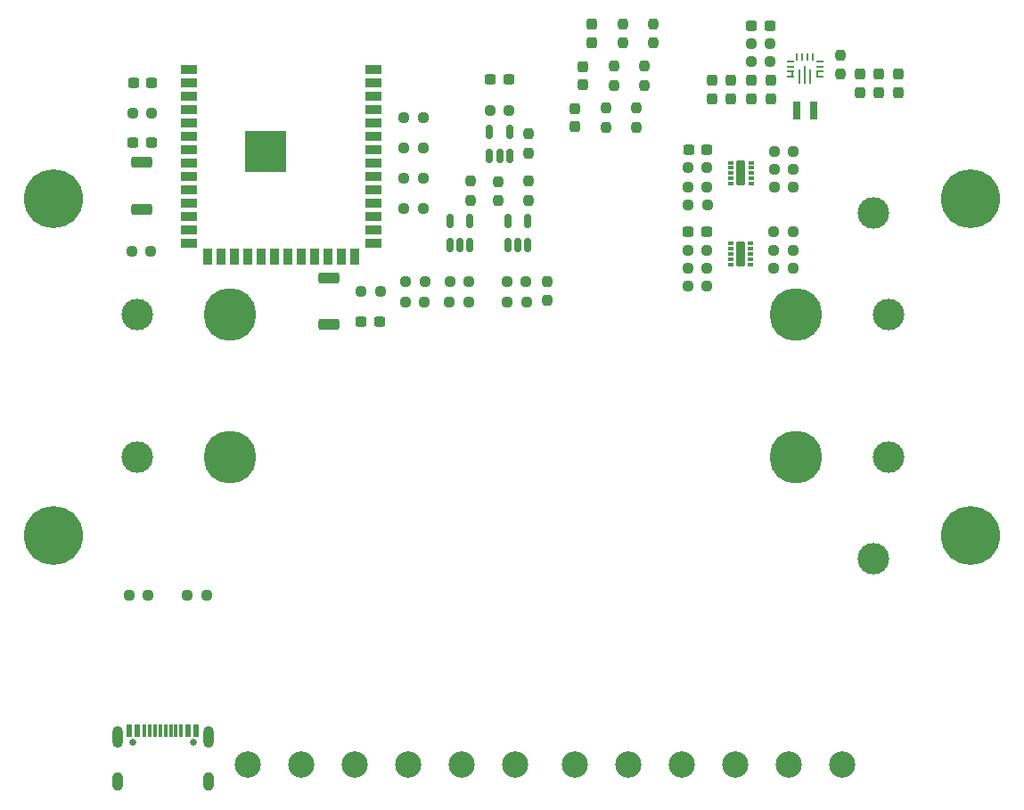
<source format=gbr>
%TF.GenerationSoftware,KiCad,Pcbnew,8.0.2*%
%TF.CreationDate,2025-08-03T00:44:16+02:00*%
%TF.ProjectId,MarinaWatch,4d617269-6e61-4576-9174-63682e6b6963,rev?*%
%TF.SameCoordinates,Original*%
%TF.FileFunction,Soldermask,Top*%
%TF.FilePolarity,Negative*%
%FSLAX46Y46*%
G04 Gerber Fmt 4.6, Leading zero omitted, Abs format (unit mm)*
G04 Created by KiCad (PCBNEW 8.0.2) date 2025-08-03 00:44:16*
%MOMM*%
%LPD*%
G01*
G04 APERTURE LIST*
G04 Aperture macros list*
%AMRoundRect*
0 Rectangle with rounded corners*
0 $1 Rounding radius*
0 $2 $3 $4 $5 $6 $7 $8 $9 X,Y pos of 4 corners*
0 Add a 4 corners polygon primitive as box body*
4,1,4,$2,$3,$4,$5,$6,$7,$8,$9,$2,$3,0*
0 Add four circle primitives for the rounded corners*
1,1,$1+$1,$2,$3*
1,1,$1+$1,$4,$5*
1,1,$1+$1,$6,$7*
1,1,$1+$1,$8,$9*
0 Add four rect primitives between the rounded corners*
20,1,$1+$1,$2,$3,$4,$5,0*
20,1,$1+$1,$4,$5,$6,$7,0*
20,1,$1+$1,$6,$7,$8,$9,0*
20,1,$1+$1,$8,$9,$2,$3,0*%
G04 Aperture macros list end*
%ADD10RoundRect,0.237500X-0.250000X-0.237500X0.250000X-0.237500X0.250000X0.237500X-0.250000X0.237500X0*%
%ADD11RoundRect,0.237500X0.250000X0.237500X-0.250000X0.237500X-0.250000X-0.237500X0.250000X-0.237500X0*%
%ADD12C,3.000000*%
%ADD13C,5.000000*%
%ADD14C,0.600000*%
%ADD15R,3.900000X3.900000*%
%ADD16R,1.500000X0.900000*%
%ADD17R,0.900000X1.500000*%
%ADD18RoundRect,0.237500X0.300000X0.237500X-0.300000X0.237500X-0.300000X-0.237500X0.300000X-0.237500X0*%
%ADD19RoundRect,0.262500X-0.737500X0.262500X-0.737500X-0.262500X0.737500X-0.262500X0.737500X0.262500X0*%
%ADD20RoundRect,0.237500X-0.300000X-0.237500X0.300000X-0.237500X0.300000X0.237500X-0.300000X0.237500X0*%
%ADD21RoundRect,0.037500X-0.212500X-0.087500X0.212500X-0.087500X0.212500X0.087500X-0.212500X0.087500X0*%
%ADD22C,0.400000*%
%ADD23RoundRect,0.126000X-0.294000X-1.074000X0.294000X-1.074000X0.294000X1.074000X-0.294000X1.074000X0*%
%ADD24RoundRect,0.237500X-0.237500X0.250000X-0.237500X-0.250000X0.237500X-0.250000X0.237500X0.250000X0*%
%ADD25RoundRect,0.237500X-0.237500X0.300000X-0.237500X-0.300000X0.237500X-0.300000X0.237500X0.300000X0*%
%ADD26R,0.800000X1.700000*%
%ADD27RoundRect,0.237500X0.237500X-0.250000X0.237500X0.250000X-0.237500X0.250000X-0.237500X-0.250000X0*%
%ADD28C,2.500000*%
%ADD29C,0.650000*%
%ADD30R,0.600000X1.240000*%
%ADD31R,0.300000X1.240000*%
%ADD32O,1.000000X2.100000*%
%ADD33O,1.000000X1.800000*%
%ADD34RoundRect,0.062500X-0.062500X0.237500X-0.062500X-0.237500X0.062500X-0.237500X0.062500X0.237500X0*%
%ADD35RoundRect,0.062500X-0.237500X-0.062500X0.237500X-0.062500X0.237500X0.062500X-0.237500X0.062500X0*%
%ADD36RoundRect,0.056250X0.056250X-0.318750X0.056250X0.318750X-0.056250X0.318750X-0.056250X-0.318750X0*%
%ADD37RoundRect,0.062500X-0.062500X0.612500X-0.062500X-0.612500X0.062500X-0.612500X0.062500X0.612500X0*%
%ADD38RoundRect,0.062500X-0.062500X0.787500X-0.062500X-0.787500X0.062500X-0.787500X0.062500X0.787500X0*%
%ADD39RoundRect,0.150000X0.150000X-0.512500X0.150000X0.512500X-0.150000X0.512500X-0.150000X-0.512500X0*%
%ADD40C,5.600000*%
G04 APERTURE END LIST*
D10*
%TO.C,R316*%
X125787500Y-101000000D03*
X127612500Y-101000000D03*
%TD*%
D11*
%TO.C,TH601*%
X180450000Y-104250000D03*
X178625000Y-104250000D03*
%TD*%
%TO.C,TH501*%
X180493750Y-96600000D03*
X178668750Y-96600000D03*
%TD*%
D12*
%TO.C,BT402*%
X126300000Y-107000000D03*
X197700000Y-107000000D03*
X196250000Y-97300000D03*
D13*
X188850000Y-107000000D03*
X135150000Y-107000000D03*
%TD*%
D14*
%TO.C,U304*%
X139900000Y-92160000D03*
X139900000Y-90760000D03*
X139200000Y-92860000D03*
X139200000Y-91460000D03*
X139200000Y-90060000D03*
X138500000Y-92160000D03*
D15*
X138500000Y-91460000D03*
D14*
X138500000Y-90760000D03*
X137800000Y-92860000D03*
X137800000Y-91460000D03*
X137800000Y-90060000D03*
X137100000Y-92160000D03*
X137100000Y-90760000D03*
D16*
X148750000Y-83740000D03*
X148750000Y-85010000D03*
X148750000Y-86280000D03*
X148750000Y-87550000D03*
X148750000Y-88820000D03*
X148750000Y-90090000D03*
X148750000Y-91360000D03*
X148750000Y-92630000D03*
X148750000Y-93900000D03*
X148750000Y-95170000D03*
X148750000Y-96440000D03*
X148750000Y-97710000D03*
X148750000Y-98980000D03*
X148750000Y-100250000D03*
D17*
X146985000Y-101500000D03*
X145715000Y-101500000D03*
X144445000Y-101500000D03*
X143175000Y-101500000D03*
X141905000Y-101500000D03*
X140635000Y-101500000D03*
X139365000Y-101500000D03*
X138095000Y-101500000D03*
X136825000Y-101500000D03*
X135555000Y-101500000D03*
X134285000Y-101500000D03*
X133015000Y-101500000D03*
D16*
X131250000Y-100250000D03*
X131250000Y-98980000D03*
X131250000Y-97710000D03*
X131250000Y-96440000D03*
X131250000Y-95170000D03*
X131250000Y-93900000D03*
X131250000Y-92630000D03*
X131250000Y-91360000D03*
X131250000Y-90090000D03*
X131250000Y-88820000D03*
X131250000Y-87550000D03*
X131250000Y-86280000D03*
X131250000Y-85010000D03*
X131250000Y-83740000D03*
%TD*%
D18*
%TO.C,C103*%
X125950000Y-85000000D03*
X127675000Y-85000000D03*
%TD*%
D19*
%TO.C,SW102*%
X144550000Y-103475000D03*
X144550000Y-107925000D03*
%TD*%
%TO.C,SW101*%
X126750000Y-96975000D03*
X126750000Y-92525000D03*
%TD*%
D20*
%TO.C,C102*%
X149312500Y-107650000D03*
X147587500Y-107650000D03*
%TD*%
D21*
%TO.C,U501*%
X182725000Y-92550000D03*
X182725000Y-93050000D03*
X182725000Y-93550000D03*
D22*
X183675000Y-92600000D03*
X183675000Y-93550000D03*
D23*
X183675000Y-93550000D03*
D22*
X183675000Y-94500000D03*
D21*
X182725000Y-94050000D03*
X182725000Y-94550000D03*
X184625000Y-94550000D03*
X184625000Y-94050000D03*
X184625000Y-93550000D03*
X184625000Y-93050000D03*
X184625000Y-92550000D03*
%TD*%
D24*
%TO.C,R310*%
X173725000Y-87350000D03*
X173725000Y-89175000D03*
%TD*%
D25*
%TO.C,C304*%
X169500000Y-79425000D03*
X169500000Y-81150000D03*
%TD*%
D21*
%TO.C,U601*%
X182700000Y-100250000D03*
X182700000Y-100750000D03*
X182700000Y-101250000D03*
D22*
X183650000Y-100300000D03*
X183650000Y-101250000D03*
D23*
X183650000Y-101250000D03*
D22*
X183650000Y-102200000D03*
D21*
X182700000Y-101750000D03*
X182700000Y-102250000D03*
X184600000Y-102250000D03*
X184600000Y-101750000D03*
X184600000Y-101250000D03*
X184600000Y-100750000D03*
X184600000Y-100250000D03*
%TD*%
D11*
%TO.C,R202*%
X127362500Y-133650000D03*
X125537500Y-133650000D03*
%TD*%
D26*
%TO.C,L701*%
X190550000Y-87637500D03*
X188950000Y-87637500D03*
%TD*%
D18*
%TO.C,C601*%
X180400000Y-99150000D03*
X178675000Y-99150000D03*
%TD*%
D10*
%TO.C,R603*%
X186787500Y-102550000D03*
X188612500Y-102550000D03*
%TD*%
D24*
%TO.C,R312*%
X174490000Y-83387500D03*
X174490000Y-85212500D03*
%TD*%
%TO.C,R314*%
X175360000Y-79362500D03*
X175360000Y-81187500D03*
%TD*%
D10*
%TO.C,R303*%
X156000000Y-103850000D03*
X157825000Y-103850000D03*
%TD*%
D24*
%TO.C,R308*%
X163450000Y-94325000D03*
X163450000Y-96150000D03*
%TD*%
D10*
%TO.C,R201*%
X131087500Y-133650000D03*
X132912500Y-133650000D03*
%TD*%
D18*
%TO.C,C501*%
X180412500Y-91350000D03*
X178687500Y-91350000D03*
%TD*%
D25*
%TO.C,C706*%
X182750000Y-84737500D03*
X182750000Y-86462500D03*
%TD*%
D13*
%TO.C,BT401*%
X135150000Y-120500000D03*
X188850000Y-120500000D03*
D12*
X196250000Y-130200000D03*
X197700000Y-120500000D03*
X126300000Y-120500000D03*
%TD*%
D11*
%TO.C,R504*%
X180462500Y-93050000D03*
X178637500Y-93050000D03*
%TD*%
%TO.C,R101*%
X127712500Y-87850000D03*
X125887500Y-87850000D03*
%TD*%
D27*
%TO.C,R313*%
X171590000Y-85212500D03*
X171590000Y-83387500D03*
%TD*%
%TO.C,R315*%
X172460000Y-81200000D03*
X172460000Y-79375000D03*
%TD*%
D28*
%TO.C,J901*%
X136850000Y-149750000D03*
X141930000Y-149750000D03*
X147010000Y-149750000D03*
X152090000Y-149750000D03*
X157170000Y-149750000D03*
X162250000Y-149750000D03*
%TD*%
D10*
%TO.C,R907*%
X161475000Y-105762500D03*
X163300000Y-105762500D03*
%TD*%
D25*
%TO.C,C703*%
X194950000Y-84162500D03*
X194950000Y-85887500D03*
%TD*%
D10*
%TO.C,R305*%
X159837500Y-87600000D03*
X161662500Y-87600000D03*
%TD*%
D29*
%TO.C,J201*%
X125860000Y-147645000D03*
X131640000Y-147645000D03*
D30*
X125550000Y-146525000D03*
X126350000Y-146525000D03*
D31*
X127500000Y-146525000D03*
X128500000Y-146525000D03*
X129000000Y-146525000D03*
X130000000Y-146525000D03*
D30*
X131150000Y-146525000D03*
X131950000Y-146525000D03*
X131950000Y-146525000D03*
X131150000Y-146525000D03*
D31*
X130500000Y-146525000D03*
X129500000Y-146525000D03*
X128000000Y-146525000D03*
X127000000Y-146525000D03*
D30*
X126350000Y-146525000D03*
X125550000Y-146525000D03*
D32*
X124430000Y-147125000D03*
D33*
X124430000Y-151325000D03*
D32*
X133070000Y-147125000D03*
D33*
X133070000Y-151325000D03*
%TD*%
D11*
%TO.C,R102*%
X149412500Y-104750000D03*
X147587500Y-104750000D03*
%TD*%
D10*
%TO.C,R904*%
X151675000Y-96950000D03*
X153500000Y-96950000D03*
%TD*%
D27*
%TO.C,R311*%
X170825000Y-89175000D03*
X170825000Y-87350000D03*
%TD*%
D25*
%TO.C,C704*%
X186550000Y-84737500D03*
X186550000Y-86462500D03*
%TD*%
%TO.C,C702*%
X196750000Y-84162500D03*
X196750000Y-85887500D03*
%TD*%
D24*
%TO.C,R304*%
X160650000Y-94337500D03*
X160650000Y-96162500D03*
%TD*%
D25*
%TO.C,C707*%
X180950000Y-84737500D03*
X180950000Y-86462500D03*
%TD*%
D18*
%TO.C,C708*%
X186412500Y-79537500D03*
X184687500Y-79537500D03*
%TD*%
D24*
%TO.C,R307*%
X163450000Y-89825000D03*
X163450000Y-91650000D03*
%TD*%
D11*
%TO.C,R901*%
X153500000Y-88300000D03*
X151675000Y-88300000D03*
%TD*%
D20*
%TO.C,C301*%
X159887500Y-84600000D03*
X161612500Y-84600000D03*
%TD*%
D25*
%TO.C,C705*%
X184650000Y-84737500D03*
X184650000Y-86462500D03*
%TD*%
D24*
%TO.C,R309*%
X165250000Y-103837500D03*
X165250000Y-105662500D03*
%TD*%
D11*
%TO.C,R905*%
X153600000Y-105762500D03*
X151775000Y-105762500D03*
%TD*%
%TO.C,R604*%
X180462500Y-100850000D03*
X178637500Y-100850000D03*
%TD*%
D10*
%TO.C,R601*%
X186800000Y-99150000D03*
X188625000Y-99150000D03*
%TD*%
D34*
%TO.C,U701*%
X190500000Y-82487500D03*
X190000000Y-82487500D03*
X189500000Y-82487500D03*
X189000000Y-82487500D03*
D35*
X188350000Y-82912500D03*
X188350000Y-83412500D03*
X188350000Y-83912500D03*
D36*
X188537500Y-84162500D03*
D35*
X188350000Y-84412500D03*
D37*
X189250000Y-84412500D03*
D38*
X189750000Y-84237500D03*
D37*
X190250000Y-84412500D03*
D35*
X191150000Y-84412500D03*
X191150000Y-83912500D03*
D36*
X190962500Y-84162500D03*
D35*
X191150000Y-83412500D03*
X191150000Y-82912500D03*
%TD*%
D28*
%TO.C,J902*%
X167850000Y-149750000D03*
X172930000Y-149750000D03*
X178010000Y-149750000D03*
X183090000Y-149750000D03*
X188170000Y-149750000D03*
X193250000Y-149750000D03*
%TD*%
D25*
%TO.C,C701*%
X198650000Y-84162500D03*
X198650000Y-85887500D03*
%TD*%
D39*
%TO.C,U303*%
X161500000Y-100375000D03*
X162450000Y-100375000D03*
X163400000Y-100375000D03*
X163400000Y-98100000D03*
X161500000Y-98100000D03*
%TD*%
D10*
%TO.C,R503*%
X186850000Y-94850000D03*
X188675000Y-94850000D03*
%TD*%
D11*
%TO.C,R703*%
X186462500Y-81237500D03*
X184637500Y-81237500D03*
%TD*%
D10*
%TO.C,R306*%
X161450000Y-103850000D03*
X163275000Y-103850000D03*
%TD*%
D39*
%TO.C,U302*%
X159800000Y-91875000D03*
X160750000Y-91875000D03*
X161700000Y-91875000D03*
X161700000Y-89600000D03*
X159800000Y-89600000D03*
%TD*%
%TO.C,U301*%
X156000000Y-100375000D03*
X156950000Y-100375000D03*
X157900000Y-100375000D03*
X157900000Y-98100000D03*
X156000000Y-98100000D03*
%TD*%
D10*
%TO.C,R702*%
X184637500Y-82937500D03*
X186462500Y-82937500D03*
%TD*%
%TO.C,R903*%
X151675000Y-91150000D03*
X153500000Y-91150000D03*
%TD*%
D24*
%TO.C,R302*%
X157950000Y-94325000D03*
X157950000Y-96150000D03*
%TD*%
D25*
%TO.C,C302*%
X167925000Y-87400000D03*
X167925000Y-89125000D03*
%TD*%
D10*
%TO.C,R505*%
X186850000Y-93150000D03*
X188675000Y-93150000D03*
%TD*%
D40*
%TO.C,H3*%
X118400000Y-128000000D03*
%TD*%
D10*
%TO.C,R906*%
X155975000Y-105762500D03*
X157800000Y-105762500D03*
%TD*%
D25*
%TO.C,C303*%
X168650000Y-83437500D03*
X168650000Y-85162500D03*
%TD*%
D40*
%TO.C,H2*%
X205500000Y-96000000D03*
%TD*%
%TO.C,H1*%
X118400000Y-96000000D03*
%TD*%
D20*
%TO.C,C101*%
X125937500Y-90650000D03*
X127662500Y-90650000D03*
%TD*%
D27*
%TO.C,R701*%
X193150000Y-84137500D03*
X193150000Y-82312500D03*
%TD*%
D10*
%TO.C,R605*%
X186787500Y-100850000D03*
X188612500Y-100850000D03*
%TD*%
D40*
%TO.C,H4*%
X205500000Y-128000000D03*
%TD*%
D10*
%TO.C,R301*%
X151837500Y-103850000D03*
X153662500Y-103850000D03*
%TD*%
%TO.C,R502*%
X178637500Y-94850000D03*
X180462500Y-94850000D03*
%TD*%
%TO.C,R501*%
X186850000Y-91450000D03*
X188675000Y-91450000D03*
%TD*%
%TO.C,R602*%
X178625000Y-102550000D03*
X180450000Y-102550000D03*
%TD*%
D11*
%TO.C,R902*%
X153500000Y-94000000D03*
X151675000Y-94000000D03*
%TD*%
M02*

</source>
